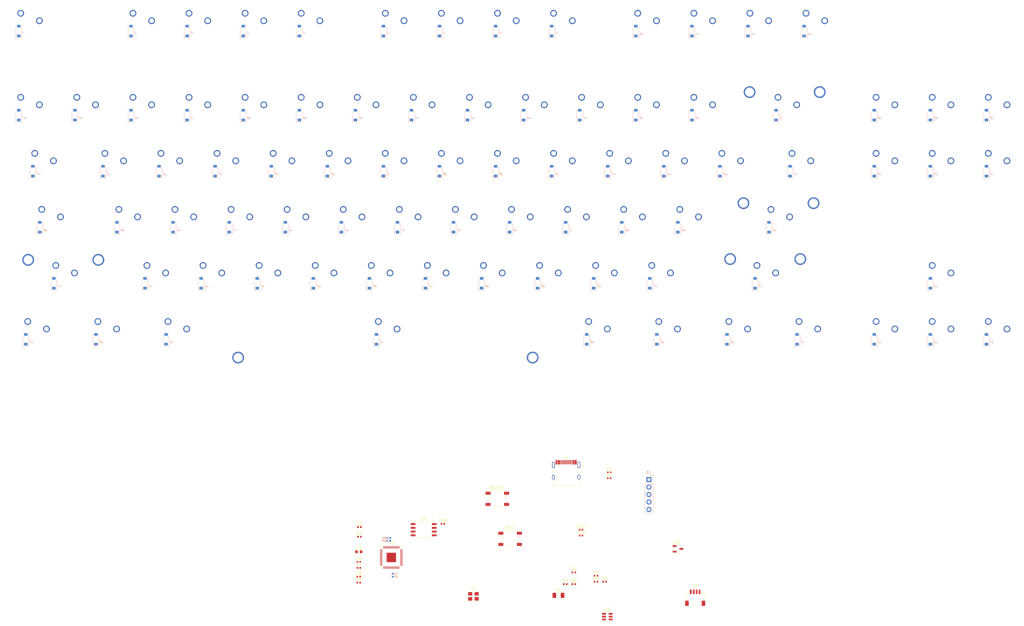
<source format=kicad_pcb>
(kicad_pcb (version 20241229) (generator "pcbnew") (generator_version "9.0")
  (layers (0 "F.Cu" signal) (2 "B.Cu" signal) (13 "F.Paste" user) (15 "B.Paste" user) (5 "F.SilkS" user "F.Silkscreen") (7 "B.SilkS" user "B.Silkscreen") (1 "F.Mask" user) (3 "B.Mask" user) (25 "Edge.Cuts" user))
  (net 0 "")
  (net 1 "GND")
  (net 2 "Net-(BOOT1-Pad2)")
  (net 3 "+5V")
  (net 4 "+3V3")
  (net 5 "+1V1")
  (net 6 "Net-(C5-Pad2)")
  (net 7 "XIN")
  (net 8 "Net-(C12-Pad1)")
  (net 10 "Net-(D1-A)")
  (net 12 "Net-(D2-A)")
  (net 13 "Net-(D3-A)")
  (net 15 "Net-(D4-A)")
  (net 18 "Net-(D5-A)")
  (net 19 "Net-(D6-A)")
  (net 21 "Net-(D7-A)")
  (net 23 "Net-(D8-A)")
  (net 25 "Net-(D9-A)")
  (net 27 "Net-(D10-A)")
  (net 29 "Net-(D11-A)")
  (net 32 "Net-(D12-A)")
  (net 34 "Net-(D13-A)")
  (net 36 "Net-(D14-A)")
  (net 38 "Net-(D15-A)")
  (net 40 "Net-(D16-A)")
  (net 42 "Net-(D17-A)")
  (net 44 "Net-(D18-A)")
  (net 45 "Net-(D19-A)")
  (net 47 "Net-(D20-A)")
  (net 50 "Net-(D21-A)")
  (net 52 "Net-(D22-A)")
  (net 53 "Net-(D23-A)")
  (net 56 "Net-(D24-A)")
  (net 58 "Net-(D25-A)")
  (net 59 "Net-(D26-A)")
  (net 61 "Net-(D27-A)")
  (net 64 "Net-(D28-A)")
  (net 66 "Net-(D29-A)")
  (net 67 "Net-(D30-A)")
  (net 70 "Net-(D31-A)")
  (net 72 "Net-(D32-A)")
  (net 73 "Net-(D33-A)")
  (net 75 "Net-(D34-A)")
  (net 78 "Net-(D35-A)")
  (net 80 "Net-(D36-A)")
  (net 81 "Net-(D37-A)")
  (net 84 "Net-(D38-A)")
  (net 86 "Net-(D39-A)")
  (net 87 "Net-(D40-A)")
  (net 90 "Net-(D41-A)")
  (net 91 "Net-(D42-A)")
  (net 94 "Net-(D43-A)")
  (net 95 "Net-(D44-A)")
  (net 97 "Net-(D45-A)")
  (net 100 "Net-(D46-A)")
  (net 101 "Net-(D47-A)")
  (net 104 "Net-(D48-A)")
  (net 105 "Net-(D49-A)")
  (net 107 "Net-(D50-A)")
  (net 109 "Net-(D51-A)")
  (net 112 "Net-(D52-A)")
  (net 113 "Net-(D53-A)")
  (net 116 "Net-(D54-A)")
  (net 118 "Net-(D55-A)")
  (net 119 "Net-(D56-A)")
  (net 122 "Net-(D57-A)")
  (net 124 "Net-(D58-A)")
  (net 125 "Net-(D59-A)")
  (net 128 "Net-(D60-A)")
  (net 130 "Net-(D61-A)")
  (net 132 "Net-(D62-A)")
  (net 134 "Net-(D63-A)")
  (net 136 "Net-(D64-A)")
  (net 138 "Net-(D65-A)")
  (net 139 "Net-(D66-A)")
  (net 141 "Net-(D67-A)")
  (net 143 "Net-(D68-A)")
  (net 145 "Net-(D69-A)")
  (net 148 "Net-(D70-A)")
  (net 149 "Net-(D71-A)")
  (net 151 "Net-(D72-A)")
  (net 153 "Net-(D73-A)")
  (net 156 "Net-(D74-A)")
  (net 158 "Net-(D75-A)")
  (net 160 "Net-(D76-A)")
  (net 162 "Net-(D77-A)")
  (net 163 "Net-(D78-A)")
  (net 165 "Net-(D79-A)")
  (net 168 "Net-(D80-A)")
  (net 169 "Net-(D81-A)")
  (net 172 "Net-(D82-A)")
  (net 173 "Net-(D83-A)")
  (net 176 "Net-(D84-A)")
  (net 177 "VBUS")
  (net 179 "Net-(J1-CC1)")
  (net 180 "D-")
  (net 181 "D+")
  (net 182 "Net-(J1-CC2)")
  (net 184 "RESET")
  (net 185 "SWD")
  (net 186 "SWC")
  (net 271 "Net-(R3-Pad1)")
  (net 272 "QSEL")
  (net 273 "Net-(U3-USB_DP)")
  (net 274 "Net-(U3-USB_DM)")
  (net 275 "XOUT")
  (net 282 "Q103")
  (net 285 "QCLK")
  (net 289 "Q102")
  (net 297 "Q101")
  (net 300 "Q100")
  (footprint "Package_TO_SOT_SMD:SOT-23-6" (layer "F.Cu") (at 221.3625 224.55)
    (property "Reference" "U2")
    (property "Value" "SRV05-4")
  )
  (footprint "Capacitor_SMD:C_0603_1608Metric" (layer "F.Cu") (at 136.96 202.5)
    (property "Reference" "C5")
    (property "Value" "10u")
  )
  (footprint "Resistor_SMD:R_0402_1005Metric" (layer "F.Cu") (at 217.538094 212.68)
    (property "Reference" "R2")
    (property "Value" "5.1k")
  )
  (footprint "Capacitor_SMD:C_0402_1005Metric" (layer "F.Cu") (at 136.96 211)
    (property "Reference" "C8")
    (property "Value" "100n")
  )
  (footprint "Capacitor_SMD:C_0402_1005Metric" (layer "F.Cu") (at 222 175.53)
    (property "Reference" "C1")
    (property "Value" "1u")
  )
  (footprint "Capacitor_SMD:C_0402_1005Metric" (layer "F.Cu") (at 212.44 196.96)
    (property "Reference" "C12")
    (property "Value" "22P")
  )
  (footprint "Package_TO_SOT_SMD:SOT-23-3" (layer "F.Cu") (at 245.3625 201.5)
    (property "Reference" "U1")
    (property "Value" "XC6206PxxxMR")
  )
  (footprint "Capacitor_SMD:C_0402_1005Metric" (layer "F.Cu") (at 136.98 206)
    (property "Reference" "C6")
    (property "Value" "1u")
  )
  (footprint "Capacitor_SMD:C_0402_1005Metric" (layer "F.Cu") (at 136.98 207.97)
    (property "Reference" "C7")
    (property "Value" "100n")
  )
  (footprint "Connector_JST:JST_SH_SM04B-SRSS-TB_1x04-1MP_P1.00mm_Horizontal" (layer "F.Cu") (at 251.2 218.125)
    (property "Reference" "J2")
    (property "Value" "Conn_01x04")
  )
  (footprint "Capacitor_SMD:C_0402_1005Metric" (layer "F.Cu") (at 137.15 194.11)
    (property "Reference" "C3")
    (property "Value" "1u")
  )
  (footprint "PCM_marbastlib-mx:STAB_MX_P_6.25u" (layer "F.Cu") (at 146 129.5 180)
    (property "Reference" "S1" (hide yes))
    (property "Value" "MX_stab")
  )
  (footprint "Resistor_SMD:R_0402_1005Metric" (layer "F.Cu") (at 209.99 209.52)
    (property "Reference" "R4")
    (property "Value" "5.1K")
  )
  (footprint "PCM_marbastlib-mx:STAB_MX_P_2u" (layer "F.Cu") (at 275 110)
    (property "Reference" "S5" (hide yes))
    (property "Value" "MX_stab")
  )
  (footprint "Capacitor_SMD:C_0402_1005Metric" (layer "F.Cu") (at 222 177.5)
    (property "Reference" "C2")
    (property "Value" "1u")
  )
  (footprint "Resistor_SMD:R_0402_1005Metric" (layer "F.Cu") (at 217.538094 210.69)
    (property "Reference" "R1")
    (property "Value" "5.1k")
  )
  (footprint "Capacitor_SMD:C_0402_1005Metric" (layer "F.Cu") (at 212.44 194.99)
    (property "Reference" "C11")
    (property "Value" "22P")
  )
  (footprint "Package_SO:SOIC-8_5.3x5.3mm_P1.27mm" (layer "F.Cu") (at 159 195)
    (property "Reference" "U4")
    (property "Value" "W25Q128JVS")
  )
  (footprint "Button_Switch_SMD:SW_SPST_TL3342" (layer "F.Cu") (at 188.35 198.1)
    (property "Reference" "RST1")
    (property "Value" "SW_Push")
  )
  (footprint "PCM_marbastlib-mx:STAB_MX_P_2u" (layer "F.Cu") (at 36.59375 110.255)
    (property "Reference" "S2" (hide yes))
    (property "Value" "MX_stab")
  )
  (footprint "Package_DFN_QFN:QFN-56-1EP_7x7mm_P0.4mm_EP3.2x3.2mm" (layer "F.Cu") (at 148 204.4375)
    (property "Reference" "U3")
    (property "Value" "RP2040")
  )
  (footprint "Capacitor_SMD:C_0402_1005Metric" (layer "F.Cu") (at 136.96 212.97)
    (property "Reference" "C9")
    (property "Value" "100n")
  )
  (footprint "Button_Switch_SMD:SW_SPST_TL3342" (layer "F.Cu") (at 184 184.5)
    (property "Reference" "BOOT1")
    (property "Value" "SW_Push")
  )
  (footprint "Crystal:Crystal_SMD_3225-4Pin_3.2x2.5mm" (layer "F.Cu") (at 175.9 217.65)
    (property "Reference" "Y1")
    (property "Value" "Crystal_GND24")
  )
  (footprint "Resistor_SMD:R_0402_1005Metric" (layer "F.Cu") (at 209.99 213.5)
    (property "Reference" "R6")
    (property "Value" "1K")
  )
  (footprint "PCM_marbastlib-mx:STAB_MX_P_2u" (layer "F.Cu") (at 279.5 91)
    (property "Reference" "S4" (hide yes))
    (property "Value" "MX_stab")
  )
  (footprint "PCM_marbastlib-mx:STAB_MX_P_2u" (layer "F.Cu") (at 281.59375 53.255)
    (property "Reference" "S3" (hide yes))
    (property "Value" "MX_stab")
  )
  (footprint "Resistor_SMD:R_0402_1005Metric" (layer "F.Cu") (at 207.08 213.5)
    (property "Reference" "R3")
    (property "Value" "5.1K")
  )
  (footprint "Capacitor_SMD:C_0402_1005Metric" (layer "F.Cu") (at 165.52 193)
    (property "Reference" "C10")
    (property "Value" "1u")
  )
  (footprint "Resistor_SMD:R_0402_1005Metric" (layer "F.Cu") (at 220.448094 212.68)
    (property "Reference" "R5")
    (property "Value" "5.1k")
  )
  (footprint "Connector_USB:USB_C_Receptacle_HRO_TYPE-C-31-M-12" (layer "F.Cu") (at 207.39 176.1)
    (property "Reference" "J1")
    (property "Value" "USB_C_Receptacle_USB2.0_16P")
  )
  (footprint "Fuse:Fuse_1206_3216Metric" (layer "F.Cu") (at 204.77 217.32)
    (property "Reference" "F1")
    (property "Value" "Fuse_Small")
  )
  (footprint "Capacitor_SMD:C_0402_1005Metric" (layer "F.Cu") (at 137.167081 197.37049)
    (property "Reference" "C4")
    (property "Value" "100n")
  )
  (footprint "Diode_SMD:D_SOD-123" (layer "B.Cu") (at 21.5 54.075 90)
    (property "Reference" "D14")
    (property "Value" "D_Small")
  )
  (footprint "Diode_SMD:D_SOD-123" (layer "B.Cu") (at 271.53125 111.225 90)
    (property "Reference" "D72")
    (property "Value" "D_Small")
  )
  (footprint "PCM_marbastlib-mx:SW_MX_1u" (layer "B.Cu") (at 315.2025 129.315 180)
    (property "Reference" "MX82" (hide yes))
    (property "Value" "MX_SW_solder")
  )
  (footprint "PCM_marbastlib-mx:SW_MX_1u" (layer "B.Cu") (at 96.1275 91.215 180)
    (property "Reference" "MX51" (hide yes))
    (property "Value" "MX_SW_solder")
  )
  (footprint "PCM_marbastlib-mx:SW_MX_1u" (layer "B.Cu") (at 100.89 24.54 180)
    (property "Reference" "MX4" (hide yes))
    (property "Value" "MX_SW_solder")
  )
  (footprint "Diode_SMD:D_SOD-123" (layer "B.Cu") (at 250.1 54.075 90)
    (property "Reference" "D26")
    (property "Value" "D_Small")
  )
  (footprint "PCM_marbastlib-mx:SW_MX_1u" (layer "B.Cu") (at 148.515 72.165 180)
    (property "Reference" "MX37" (hide yes))
    (property "Value" "MX_SW_solder")
  )
  (footprint "Diode_SMD:D_SOD-123" (layer "B.Cu") (at 33.40625 111.225 90)
    (property "Reference" "D61")
    (property "Value" "D_Small")
  )
  (footprint "PCM_marbastlib-mx:SW_MX_1u" (layer "B.Cu") (at 177.09 53.115 180)
    (property "Reference" "MX22" (hide yes))
    (property "Value" "MX_SW_solder")
  )
  (footprint "PCM_marbastlib-mx:SW_MX_1u" (layer "B.Cu") (at 143.7525 110.265 180)
    (property "Reference" "MX66" (hide yes))
    (property "Value" "MX_SW_solder")
  )
  (footprint "PCM_marbastlib-mx:SW_MX_1u" (layer "B.Cu") (at 119.94 53.115 180)
    (property "Reference" "MX19" (hide yes))
    (property "Value" "MX_SW_solder")
  )
  (footprint "Resistor_SMD:R_0402_1005Metric" (layer "B.Cu") (at 147.612088 198.282338 -90)
    (property "Reference" "R7")
    (property "Value" "27")
  )
  (footprint "Diode_SMD:D_SOD-123" (layer "B.Cu") (at 116.75 25.5 90)
    (property "Reference" "D5")
    (property "Value" "D_Small")
  )
  (footprint "Diode_SMD:D_SOD-123" (layer "B.Cu") (at 312.0125 73.125 90)
    (property "Reference" "D45")
    (property "Value" "D_Small")
  )
  (footprint "PCM_marbastlib-mx:SW_MX_1u" (layer "B.Cu") (at 129.465 72.165 180)
    (property "Reference" "MX36" (hide yes))
    (property "Value" "MX_SW_solder")
  )
  (footprint "Connector_PinHeader_2.54mm:PinHeader_1x05_P2.54mm_Vertical" (layer "B.Cu") (at 235.5 177.96 180)
    (property "Reference" "J3")
    (property "Value" "Conn_01x05")
  )
  (footprint "Diode_SMD:D_SOD-123" (layer "B.Cu") (at 69.125 73.125 90)
    (property "Reference" "D33")
    (property "Value" "D_Small")
  )
  (footprint "Diode_SMD:D_SOD-123" (layer "B.Cu") (at 350.1125 73.125 90)
    (property "Reference" "D47")
    (property "Value" "D_Small")
  )
  (footprint "Diode_SMD:D_SOD-123" (layer "B.Cu") (at 59.6 25.5 90)
    (property "Reference" "D2")
    (property "Value" "D_Small")
  )
  (footprint "Diode_SMD:D_SOD-123" (layer "B.Cu") (at 183.425 25.5 90)
    (property "Reference" "D8")
    (property "Value" "D_Small")
  )
  (footprint "PCM_marbastlib-mx:SW_MX_1u" (layer "B.Cu") (at 205.665 72.165 180)
    (property "Reference" "MX40" (hide yes))
    (property "Value" "MX_SW_solder")
  )
  (footprint "PCM_marbastlib-mx:SW_MX_1u" (layer "B.Cu") (at 274.72125 110.265 180)
    (property "Reference" "MX72" (hide yes))
    (property "Value" "MX_SW_solder")
  )
  (footprint "PCM_marbastlib-mx:SW_MX_1u" (layer "B.Cu") (at 253.29 24.54 180)
    (property "Reference" "MX11" (hide yes))
    (property "Value" "MX_SW_solder")
  )
  (footprint "Diode_SMD:D_SOD-123" (layer "B.Cu") (at 350.1125 130.275 90)
    (property "Reference" "D84")
    (property "Value" "D_Small")
  )
  (footprint "Diode_SMD:D_SOD-123" (layer "B.Cu") (at 202.475 73.125 90)
    (property "Reference" "D40")
    (property "Value" "D_Small")
  )
  (footprint "PCM_marbastlib-mx:SW_MX_1u" (layer "B.Cu") (at 24.69 24.54 180)
    (property "Reference" "MX1" (hide yes))
    (property "Value" "MX_SW_solder")
  )
  (footprint "PCM_marbastlib-mx:SW_MX_1u" (layer "B.Cu") (at 239.0025 110.265 180)
    (property "Reference" "MX71" (hide yes))
    (property "Value" "MX_SW_solder")
  )
  (footprint "PCM_marbastlib-mx:SW_MX_1u" (layer "B.Cu") (at 146.13375 129.315 180)
    (property "Reference" "MX77" (hide yes))
    (property "Value" "MX_SW_solder")
  )
  (footprint "Diode_SMD:D_SOD-123" (layer "B.Cu") (at 276.29375 92.175 90)
    (property "Reference" "D60")
    (property "Value" "D_Small")
  )
  (footprint "Diode_SMD:D_SOD-123" (layer "B.Cu") (at 92.9375 92.175 90)
    (property "Reference" "D51")
    (property "Value" "D_Small")
  )
  (footprint "PCM_marbastlib-mx:SW_MX_1u" (layer "B.Cu") (at 334.2525 72.165 180)
    (property "Reference" "MX46" (hide yes))
    (property "Value" "MX_SW_solder")
  )
  (footprint "PCM_marbastlib-mx:SW_MX_1.25u" (layer "B.Cu") (at 289.00875 129.315 180)
    (property "Reference" "MX81" (hide yes))
    (property "Value" "MX_SW_solder")
  )
  (footprint "Diode_SMD:D_SOD-123" (layer "B.Cu") (at 183.425 73.125 90)
    (property "Reference" "D39")
    (property "Value" "D_Small")
  )
  (footprint "PCM_marbastlib-mx:SW_MX_1u" (layer "B.Cu") (at 24.69 53.115 180)
    (property "Reference" "MX14" (hide yes))
    (property "Value" "MX_SW_solder")
  )
  (footprint "PCM_marbastlib-mx:SW_MX_1.25u" (layer "B.Cu") (at 50.88375 129.315 180)
    (property "Reference" "MX75" (hide yes))
    (property "Value" "MX_SW_solder")
  )
  (footprint "PCM_marbastlib-mx:SW_MX_1u" (layer "B.Cu") (at 67.5525 110.265 180)
    (property "Reference" "MX62" (hide yes))
    (property "Value" "MX_SW_solder")
  )
  (footprint "Diode_SMD:D_SOD-123" (layer "B.Cu") (at 126.275 73.125 90)
    (property "Reference" "D36")
    (property "Value" "D_Small")
  )
  (footprint "Diode_SMD:D_SOD-123" (layer "B.Cu") (at 283.4375 73.125 90)
    (property "Reference" "D44")
    (property "Value" "D_Small")
  )
  (footprint "Diode_SMD:D_SOD-123" (layer "B.Cu") (at 102.4625 111.225 90)
    (property "Reference" "D64")
    (property "Value" "D_Small")
  )
  (footprint "Diode_SMD:D_SOD-123" (layer "B.Cu") (at 21.5 25.5 90)
    (property "Reference" "D1")
    (property "Value" "D_Small")
  )
  (footprint "PCM_marbastlib-mx:SW_MX_1.25u" (layer "B.Cu") (at 265.19625 129.315 180)
    (property "Reference" "MX80" (hide yes))
    (property "Value" "MX_SW_solder")
  )
  (footprint "PCM_marbastlib-mx:SW_MX_1u" (layer "B.Cu") (at 134.2275 91.215 180)
    (property "Reference" "MX53" (hide yes))
    (property "Value" "MX_SW_solder")
  )
  (footprint "PCM_marbastlib-mx:SW_MX_1u" (layer "B.Cu") (at 353.3025 53.115 180)
    (property "Reference" "MX30" (hide yes))
    (property "Value" "MX_SW_solder")
  )
  (footprint "Diode_SMD:D_SOD-123" (layer "B.Cu") (at 231.05 54.075 90)
    (property "Reference" "D25")
    (property "Value" "D_Small")
  )
  (footprint "Diode_SMD:D_SOD-123" (layer "B.Cu") (at 221.525 73.125 90)
    (property "Reference" "D41")
    (property "Value" "D_Small")
  )
  (footprint "Diode_SMD:D_SOD-123" (layer "B.Cu") (at 212 54.075 90)
    (property "Reference" "D24")
    (property "Value" "D_Small")
  )
  (footprint "Diode_SMD:D_SOD-123" (layer "B.Cu") (at 28.64375 92.175 90)
    (property "Reference" "D48")
    (property "Value" "D_Small")
  )
  (footprint "PCM_marbastlib-mx:SW_MX_1u" (layer "B.Cu") (at 172.3275 91.215 180)
    (property "Reference" "MX55" (hide yes))
    (property "Value" "MX_SW_solder")
  )
  (footprint "Diode_SMD:D_SOD-123" (layer "B.Cu") (at 145.325 73.125 90)
    (property "Reference" "D37")
    (property "Value" "D_Small")
  )
  (footprint "PCM_marbastlib-mx:SW_MX_1u" (layer "B.Cu") (at 53.265 72.165 180)
    (property "Reference" "MX32" (hide yes))
    (property "Value" "MX_SW_solder")
  )
  (footprint "Diode_SMD:D_SOD-123" (layer "B.Cu") (at 226.2875 92.175 90)
    (property "Reference" "D58")
    (property "Value" "D_Small")
  )
  (footprint "Diode_SMD:D_SOD-123" (layer "B.Cu") (at 140.5625 111.225 90)
    (property "Reference" "D66")
    (property "Value" "D_Small")
  )
  (footprint "Diode_SMD:D_SOD-123" (layer "B.Cu") (at 178.6625 111.225 90)
    (property "Reference" "D68")
    (property "Value" "D_Small")
  )
  (footprint "Diode_SMD:D_SOD-123" (layer "B.Cu") (at 288.2 25.5 90)
    (property "Reference" "D13")
    (property "Value" "D_Small")
  )
  (footprint "Diode_SMD:D_SOD-123" (layer "B.Cu") (at 173.9 54.075 90)
    (property "Reference" "D22")
    (property "Value" "D_Small")
  )
  (footprint "Diode_SMD:D_SOD-123" (layer "B.Cu") (at 50.075 73.125 90)
    (property "Reference" "D32")
    (property "Value" "D_Small")
  )
  (footprint "Diode_SMD:D_SOD-123" (layer "B.Cu") (at 159.6125 111.225 90)
    (property "Reference" "D67")
    (property "Value" "D_Small")
  )
  (footprint "PCM_marbastlib-mx:SW_MX_1.75u" (layer "B.Cu") (at 31.83375 91.215 180)
    (property "Reference" "MX48" (hide yes))
    (property "Value" "MX_SW_solder")
  )
  (footprint "PCM_marbastlib-mx:SW_MX_1.25u" (layer "B.Cu") (at 74.69625 129.315 180)
    (property "Reference" "MX76" (hide yes))
    (property "Value" "MX_SW_solder")
  )
  (footprint "PCM_marbastlib-mx:SW_MX_1.25u" (layer "B.Cu") (at 241.38375 129.315 180)
    (property "Reference" "MX79" (hide yes))
    (property "Value" "MX_SW_solder")
  )
  (footprint "Diode_SMD:D_SOD-123" (layer "B.Cu") (at 150.0875 92.175 90)
    (property "Reference" "D54")
    (property "Value" "D_Small")
  )
  (footprint "PCM_marbastlib-mx:SW_MX_1u" (layer "B.Cu") (at 86.6025 110.265 180)
    (property "Reference" "MX63" (hide yes))
    (property "Value" "MX_SW_solder")
  )
  (footprint "Diode_SMD:D_SOD-123" (layer "B.Cu") (at 88.175 73.125 90)
    (property "Reference" "D34")
    (property "Value" "D_Small")
  )
  (footprint "PCM_marbastlib-mx:SW_MX_1u" (layer "B.Cu") (at 243.765 72.165 180)
    (property "Reference" "MX42" (hide yes))
    (property "Value" "MX_SW_solder")
  )
  (footprint "Diode_SMD:D_SOD-123" (layer "B.Cu") (at 216.7625 111.225 90)
    (property "Reference" "D70")
    (property "Value" "D_Small")
  )
  (footprint "Diode_SMD:D_SOD-123" (layer "B.Cu") (at 350.1125 54.075 90)
    (property "Reference" "D30")
    (property "Value" "D_Small")
  )
  (footprint "Diode_SMD:D_SOD-123" (layer "B.Cu") (at 197.7125 111.225 90)
    (property "Reference" "D69")
    (property "Value" "D_Small")
  )
  (footprint "Diode_SMD:D_SOD-123" (layer "B.Cu") (at 207.2375 92.175 90)
    (property "Reference" "D57")
    (property "Value" "D_Small")
  )
  (footprint "PCM_marbastlib-mx:SW_MX_1u" (layer "B.Cu") (at 191.3775 91.215 180)
    (property "Reference" "MX56" (hide yes))
    (property "Value" "MX_SW_solder")
  )
  (footprint "Diode_SMD:D_SOD-123" (layer "B.Cu") (at 116.75 54.075 90)
    (property "Reference" "D19")
    (property "Value" "D_Small")
  )
  (footprint "Diode_SMD:D_SOD-123" (layer "B.Cu") (at 121.5125 111.225 90)
    (property "Reference" "D65")
    (property "Value" "D_Small")
  )
  (footprint "Diode_SMD:D_SOD-123" (layer "B.Cu") (at 235.8125 111.225 90)
    (property "Reference" "D71")
    (property "Value" "D_Small")
  )
  (footprint "Diode_SMD:D_SOD-123" (layer "B.Cu") (at 54.8375 92.175 90)
    (property "Reference" "D49")
    (property "Value" "D_Small")
  )
  (footprint "Diode_SMD:D_SOD-123" (layer "B.Cu") (at 131.0375 92.175 90)
    (property "Reference" "D53")
    (property "Value" "D_Small")
  )
  (footprint "Diode_SMD:D_SOD-123" (layer "B.Cu") (at 169.1375 92.175 90)
    (property "Reference" "D55")
    (property "Value" "D_Small")
  )
  (footprint "PCM_marbastlib-mx:SW_MX_1u" (layer "B.Cu") (at 153.2775 91.215 180)
    (property "Reference" "MX54" (hide yes))
    (property "Value" "MX_SW_solder")
  )
  (footprint "Diode_SMD:D_SOD-123" (layer "B.Cu") (at 164.375 25.5 90)
    (property "Reference" "D7")
    (property "Value" "D_Small")
  )
  (footprint "PCM_marbastlib-mx:SW_MX_1u" (layer "B.Cu") (at 210.4275 91.215 180)
    (property "Reference" "MX57" (hide yes))
    (property "Value" "MX_SW_solder")
  )
  (footprint "PCM_marbastlib-mx:SW_MX_1u" (layer "B.Cu") (at 124.7025 110.265 180)
    (property "Reference" "MX65" (hide yes))
    (property "Value" "MX_SW_solder")
  )
  (footprint "PCM_marbastlib-mx:SW_MX_1u" (layer "B.Cu") (at 43.74 53.115 180)
    (property "Reference" "MX15" (hide yes))
    (property "Value" "MX_SW_solder")
  )
  (footprint "Diode_SMD:D_SOD-123" (layer "B.Cu") (at 59.6 54.075 90)
    (property "Reference" "D16")
    (property "Value" "D_Small")
  )
  (footprint "PCM_marbastlib-mx:SW_MX_1u" (layer "B.Cu") (at 281.865 53.115 180)
    (property "Reference" "MX27" (hide yes))
    (property "Value" "MX_SW_solder")
  )
  (footprint "PCM_marbastlib-mx:SW_MX_1.25u" (layer "B.Cu") (at 217.57125 129.315 180)
    (property "Reference" "MX78" (hide yes))
    (property "Value" "MX_SW_solder")
  )
  (footprint "Diode_SMD:D_SOD-123" (layer "B.Cu") (at 47.69375 130.275 90)
    (property "Reference" "D75")
    (property "Value" "D_Small")
  )
  (footprint "Diode_SMD:D_SOD-123" (layer "B.Cu") (at 259.625 73.125 90)
    (property "Reference" "D43")
    (property "Value" "D_Small")
  )
  (footprint "PCM_marbastlib-mx:SW_MX_1u" (layer "B.Cu") (at 334.2525 53.115 180)
    (property "Reference" "MX29" (hide yes))
    (property "Value" "MX_SW_solder")
  )
  (footprint "Diode_SMD:D_SOD-123" (layer "B.Cu") (at 331.0625 73.125 90)
    (property "Reference" "D46")
    (property "Value" "D_Small")
  )
  (footprint "Diode_SMD:D_SOD-123" (layer "B.Cu") (at 142.94375 130.275 90)
    (property "Reference" "D77")
    (property "Value" "D_Small")
  )
  (footprint "PCM_marbastlib-mx:SW_MX_1u" (layer "B.Cu") (at 72.315 72.165 180)
    (property "Reference" "MX33" (hide yes))
    (property "Value" "MX_SW_solder")
  )
  (footprint "Diode_SMD:D_SOD-123" (layer "B.Cu") (at 78.65 54.075 90)
    (property "Reference" "D17")
    (property "Value" "D_Small")
  )
  (footprint "PCM_marbastlib-mx:SW_MX_1.5u" (layer "B.Cu") (at 29.4525 72.165 180)
    (property "Reference" "MX31" (hide yes))
    (property "Value" "MX_SW_solder")
  )
  (footprint "Diode_SMD:D_SOD-123" (layer "B.Cu") (at 73.8875 92.175 90)
    (property "Reference" "D50")
    (property "Value" "D_Small")
  )
  (footprint "PCM_marbastlib-mx:SW_MX_1u" (layer "B.Cu") (at 334.2525 129.315 180)
    (property "Reference" "MX83" (hide yes))
    (property "Value" "MX_SW_solder")
  )
  (footprint "Diode_SMD:D_SOD-123" (layer "B.Cu") (at 331.0625 130.275 90)
    (property "Reference" "D83")
    (property "Value" "D_Small")
  )
  (footprint "Diode_SMD:D_SOD-123" (layer "B.Cu") (at 23.88125 130.275 90)
    (property "Reference" "D74")
    (property "Value" "D_Small")
  )
  (footprint "Resistor_SMD:R_0402_1005Metric" (layer "B.Cu") (at 148.5 210.4375 90)
    (property "Reference" "R9")
    (property "Value" "1K")
  )
  (footprint "PCM_marbastlib-mx:SW_MX_1u" (layer "B.Cu") (at 234.24 53.115 180)
    (property "Reference" "MX25" (hide yes))
    (property "Value" "MX_SW_solder")
  )
  (footprint "PCM_marbastlib-mx:SW_MX_1u" (layer "B.Cu") (at 205.665 24.54 180)
    (property "Reference" "MX9" (hide yes))
    (property "Value" "MX_SW_solder")
  )
  (footprint "PCM_marbastlib-mx:SW_MX_1u" (layer "B.Cu") (at 186.615 24.54 180)
    (property "Reference" "MX8" (hide yes))
    (property "Value" "MX_SW_solder")
  )
  (footprint "PCM_marbastlib-mx:SW_MX_1u" (layer "B.Cu") (at 234.24 24.54 180)
    (property "Reference" "MX10" (hide yes))
    (property "Value" "MX_SW_solder")
  )
  (footprint "Diode_SMD:D_SOD-123" (layer "B.Cu") (at 192.95 54.075 90)
    (property "Reference" "D23")
    (property "Value" "D_Small")
  )
  (footprint "PCM_marbastlib-mx:SW_MX_1u" (layer "B.Cu") (at 334.2525 110.265 180)
    (property "Reference" "MX73" (hide yes))
    (property "Value" "MX_SW_solder")
  )
  (footprint "PCM_marbastlib-mx:SW_MX_1u" (layer "B.Cu") (at 253.29 53.115 180)
    (property "Reference" "MX26" (hide yes))
    (property "Value" "MX_SW_solder")
  )
  (footprint "PCM_marbastlib-mx:SW_MX_1u" (layer "B.Cu") (at 353.3025 72.165 180)
    (property "Reference" "MX47" (hide yes))
    (property "Value" "MX_SW_solder")
  )
  (footprint "Diode_SMD:D_SOD-123" (layer "B.Cu") (at 154.85 54.075 90)
    (property "Reference" "D21")
    (property "Value" "D_Small")
  )
  (footprint "Diode_SMD:D_SOD-123" (layer "B.Cu") (at 40.55 54.075 90)
    (property "Reference" "D15")
    (property "Value" "D_Small")
  )
  (footprint "Diode_SMD:D_SOD-123" (layer "B.Cu") (at 285.81875 130.275 90)
    (property "Reference" "D81")
    (property "Value" "D_Small")
  )
  (footprint "PCM_marbastlib-mx:SW_MX_1u" (layer "B.Cu") (at 110.415 72.165 180)
    (property "Reference" "MX35" (hide yes))
    (property "Value" "MX_SW_solder")
  )
  (footprint "Diode_SMD:D_SOD-123" (layer "B.Cu") (at 331.0625 111.225 90)
    (property "Reference" "D73")
    (property "Value" "D_Small")
  )
  (footprint "PCM_marbastlib-mx:SW_MX_1u" (layer "B.Cu") (at 262.815 72.165 180)
    (property "Reference" "MX43" (hide yes))
    (property "Value" "MX_SW_solder")
  )
  (footprint "PCM_marbastlib-mx:SW_MX_1u" (layer "B.Cu") (at 315.2025 53.115 180)
    (property "Reference" "MX28" (hide yes))
    (property "Value" "MX_SW_solder")
  )
  (footprint "PCM_marbastlib-mx:SW_MX_1u" (layer "B.Cu") (at 353.3025 129.315 180)
    (property "Reference" "MX84" (hide yes))
    (property "Value" "MX_SW_solder")
  )
  (footprint "Diode_SMD:D_SOD-123" (layer "B.Cu") (at 64.3625 111.225 90)
    (property "Reference" "D62")
    (property "Value" "D_Small")
  )
  (footprint "Diode_SMD:D_SOD-123" (layer "B.Cu") (at 164.375 73.125 90)
    (property "Reference" "D38")
    (property "Value" "D_Small")
  )
  (footprint "Diode_SMD:D_SOD-123" (layer "B.Cu") (at 26.2625 73.125 90)
    (property "Reference" "D31")
    (property "Value" "D_Small")
  )
  (footprint "Diode_SMD:D_SOD-123" (layer "B.Cu") (at 111.9875 92.175 90)
    (property "Reference" "D52")
    (property "Value" "D_Small")
  )
  (footprint "PCM_marbastlib-mx:SW_MX_1u" (layer "B.Cu") (at 196.14 53.115 180)
    (property "Reference" "MX23" (hide yes))
    (property "Value" "MX_SW_solder")
  )
  (footprint "PCM_marbastlib-mx:SW_MX_1u" (layer "B.Cu") (at 115.1775 91.215 180)
    (property "Reference" "MX52" (hide yes))
    (property "Value" "MX_SW_solder")
  )
  (footprint "Diode_SMD:D_SOD-123" (layer "B.Cu") (at 262.00625 130.275 90)
    (property "Reference" "D80")
    (property "Value" "D_Small")
  )
  (footprint "Diode_SMD:D_SOD-123" (layer "B.Cu") (at 238.19375 130.275 90)
    (property "Reference" "D79")
    (property "Value" "D_Small")
  )
  (footprint "PCM_marbastlib-mx:SW_MX_1u" (layer "B.Cu") (at 158.04 53.115 180)
    (property "Reference" "MX21" (hide yes))
    (property "Value" "MX_SW_solder")
  )
  (footprint "Diode_SMD:D_SOD-123" (layer "B.Cu") (at 331.0625 54.075 90)
    (property "Reference" "D29")
    (property "Value" "D_Small")
  )
  (footprint "PCM_marbastlib-mx:SW_MX_1u" (layer "B.Cu") (at 229.4775 91.215 180)
    (property "Reference" "MX58" (hide yes))
    (property "Value" "MX_SW_solder")
  )
  (footprint "PCM_marbastlib-mx:SW_MX_1u" (layer "B.Cu") (at 279.48375 91.215 180)
    (property "Reference" "MX60" (hide yes))
    (property "Value" "MX_SW_solder")
  )
  (footprint "PCM_marbastlib-mx:SW_MX_1.25u" (layer "B.Cu") (at 27.07125 129.315 180)
    (property "Reference" "MX74" (hide yes))
    (property "Value" "MX_SW_solder")
  )
  (footprint "PCM_marbastlib-mx:SW_MX_1u" (layer "B.Cu") (at 224.715 72.165 180)
    (property "Reference" "MX41" (hide yes))
    (property "Value" "MX_SW_solder")
  )
  (footprint "PCM_marbastlib-mx:SW_MX_1u" (layer "B.Cu") (at 119.94 24.54 180)
    (property "Reference" "MX5" (hide yes))
    (property "Value" "MX_SW_solder")
  )
  (footprint "Diode_SMD:D_SOD-123" (layer "B.Cu") (at 107.225 73.125 90)
    (property "Reference" "D35")
    (property "Value" "D_Small")
  )
  (footprint "PCM_marbastlib-mx:SW_MX_1u" (layer "B.Cu") (at 272.34 24.54 180)
    (property "Reference" "MX12" (hide yes))
    (property "Value" "MX_SW_solder")
  )
  (footprint "Diode_SMD:D_SOD-123" (layer "B.Cu") (at 78.65 25.5 90)
    (property "Reference" "D3")
    (property "Value" "D_Small")
  )
  (footprint "PCM_marbastlib-mx:SW_MX_1u" (layer "B.Cu") (at 200.9025 110.265 180)
    (property "Reference" "MX69" (hide yes))
    (property "Value" "MX_SW_solder")
  )
  (footprint "PCM_marbastlib-mx:SW_MX_1u" (layer "B.Cu") (at 36.59625 110.265 180)
    (property "Reference" "MX61" (hide yes))
    (property "Value" "MX_SW_solder")
  )
  (footprint "Diode_SMD:D_SOD-123" (layer "B.Cu") (at 269.15 25.5 90)
    (property "Reference" "D12")
    (property "Value" "D_Small")
  )
  (footprint "Diode_SMD:D_SOD-123" (layer "B.Cu") (at 312.0125 130.275 90)
    (property "Reference" "D82")
    (property "Value" "D_Small")
  )
  (footprint "PCM_marbastlib-mx:SW_MX_1u" (layer "B.Cu") (at 77.0775 91.215 180)
    (property "Reference" "MX50" (hide yes))
    (property "Value" "MX_SW_solder")
  )
  (footprint "Diode_SMD:D_SOD-123" (layer "B.Cu") (at 240.575 73.125 90)
    (property "Reference" "D42")
    (property "Value" "D_Small")
  )
  (footprint "PCM_marbastlib-mx:SW_MX_1u" (layer "B.Cu") (at 100.89 53.115 180)
    (property "Reference" "MX18" (hide yes))
    (property "Value" "MX_SW_solder")
  )
  (footprint "PCM_marbastlib-mx:SW_MX_1u" (layer "B.Cu") (at 219.9525 110.265 180)
    (property "Reference" "MX70" (hide yes))
    (property "Value" "MX_SW_solder")
  )
  (footprint "Diode_SMD:D_SOD-123" (layer "B.Cu") (at 135.8 54.075 90)
    (property "Reference" "D20")
    (property "Value" "D_Small")
  )
  (footprint "PCM_marbastlib-mx:SW_MX_1u" (layer "B.Cu") (at 148.515 24.54 180)
    (property "Reference" "MX6" (hide yes))
    (property "Value" "MX_SW_solder")
  )
  (footprint "Diode_SMD:D_SOD-123" (layer "B.Cu") (at 202.475 25.5 90)
    (property "Reference" "D9")
    (property "Value" "D_Small")
  )
  (footprint "PCM_marbastlib-mx:SW_MX_1u" (layer "B.Cu") (at 162.8025 110.265 180)
    (property "Reference" "MX67" (hide yes))
    (property "Value" "MX_SW_solder")
  )
  (footprint "PCM_marbastlib-mx:SW_MX_1u" (layer "B.Cu") (at 315.2025 72.165 180)
    (property "Reference" "MX45" (hide yes))
    (property "Value" "MX_SW_solder")
  )
  (footprint "Diode_SMD:D_SOD-123" (layer "B.Cu") (at 145.325 25.5 90)
    (property "Reference" "D6")
    (property "Value" "D_Small")
  )
  (footprint "PCM_marbastlib-mx:SW_MX_1u" (layer "B.Cu") (at 181.8525 110.265 180)
    (property "Reference" "MX68" (hide yes))
    (property "Value" "MX_SW_solder")
  )
  (footprint "Diode_SMD:D_SOD-123" (layer "B.Cu") (at 71.50625 130.275 90)
    (property "Reference" "D76")
    (property "Value" "D_Small")
  )
  (footprint "Diode_SMD:D_SOD-123" (layer "B.Cu") (at 214.38125 130.275 90)
    (property "Reference" "D78")
    (property "Value" "D_Small")
  )
  (footprint "PCM_marbastlib-mx:SW_MX_1u" (layer "B.Cu") (at 248.5275 91.215 180)
    (property "Reference" "MX59" (hide yes))
    (property "Value" "MX_SW_solder")
  )
  (footprint "PCM_marbastlib-mx:SW_MX_1u" (layer "B.Cu") (at 105.6525 110.265 180)
    (property "Reference" "MX64" (hide yes))
    (property "Value" "MX_SW_solder")
  )
  (footprint "Diode_SMD:D_SOD-123" (layer "B.Cu") (at 97.7 54.075 90)
    (property "Reference" "D18")
    (property "Value" "D_Small")
  )
  (footprint "Diode_SMD:D_SOD-123" (layer "B.Cu") (at 188.1875 92.175 90)
    (property "Reference" "D56")
    (property "Value" "D_Small")
  )
  (footprint "PCM_marbastlib-mx:SW_MX_1u" (layer "B.Cu") (at 167.565 24.54 180)
    (property "Reference" "MX7" (hide yes))
    (property "Value" "MX_SW_solder")
  )
  (footprint "PCM_marbastlib-mx:SW_MX_1u" (layer "B.Cu") (at 291.39 24.54 180)
    (property "Reference" "MX13" (hide yes))
    (property "Value" "MX_SW_solder")
  )
  (footprint "PCM_marbastlib-mx:SW_MX_1u" (layer "B.Cu") (at 62.79 53.115 180)
    (property "Reference" "MX16" (hide yes))
    (property "Value" "MX_SW_solder")
  )
  (footprint "PCM_marbastlib-mx:SW_MX_1u" (layer "B.Cu") (at 58.0275 91.215 180)
    (property "Reference" "MX49" (hide yes))
    (property "Value" "MX_SW_solder")
  )
  (footprint "Diode_SMD:D_SOD-123" (layer "B.Cu") (at 250.1 25.5 90)
    (property "Reference" "D11")
    (property "Value" "D_Small")
  )
  (footprint "Diode_SMD:D_SOD-123" (layer "B.Cu") (at 312.0125 54.075 90)
    (property "Reference" "D28")
    (property "Value" "D_Small")
  )
  (footprint "PCM_marbastlib-mx:SW_MX_1u" (layer "B.Cu") (at 91.365 72.165 180)
    (property "Reference" "MX34" (hide yes))
    (property "Value" "MX_SW_solder")
  )
  (footprint "Resistor_SMD:R_0402_1005Metric" (layer "B.Cu") (at 146.612088 198.282338 -90)
    (property "Reference" "R8")
    (property "Value" "27")
  )
  (footprint "Diode_SMD:D_SOD-123" (layer "B.Cu") (at 83.4125 111.225 90)
    (property "Reference" "D63")
    (property "Value" "D_Small")
  )
  (footprint "PCM_marbastlib-mx:SW_MX_1u" (layer "B.Cu") (at 167.565 72.165 180)
    (property "Reference" "MX38" (hide yes))
    (property "Value" "MX_SW_solder")
  )
  (footprint "PCM_marbastlib-mx:SW_MX_1u" (layer "B.Cu") (at 138.99 53.115 180)
    (property "Reference" "MX20" (hide yes))
    (property "Value" "MX_SW_solder")
  )
  (footprint "PCM_marbastlib-mx:SW_MX_1u" (layer "B.Cu") (at 186.615 72.165 180)
    (property "Reference" "MX39" (hide yes))
    (property "Value" "MX_SW_solder")
  )
  (footprint "Diode_SMD:D_SOD-123" (layer "B.Cu") (at 231.05 25.5 90)
    (property "Reference" "D10")
    (property "Value" "D_Small")
  )
  (footprint "Diode_SMD:D_SOD-123" (layer "B.Cu") (at 97.7 25.5 90)
    (property "Reference" "D4")
    (property "Value" "D_Small")
  )
  (footprint "PCM_marbastlib-mx:SW_MX_1.5u" (layer "B.Cu") (at 286.6275 72.165 180)
    (property "Reference" "MX44" (hide yes))
    (property "Value" "MX_SW_solder")
  )
  (footprint "PCM_marbastlib-mx:SW_MX_1u" (layer "B.Cu") (at 62.79 24.54 180)
    (property "Reference" "MX2" (hide yes))
    (property "Value" "MX_SW_solder")
  )
  (footprint "Diode_SMD:D_SOD-123" (layer "B.Cu") (at 245.3375 92.175 90)
    (property "Reference" "D59")
    (property "Value" "D_Small")
  )
  (footprint "Diode_SMD:D_SOD-123" (layer "B.Cu") (at 278.675 54.075 90)
    (property "Reference" "D27")
    (property "Value" "D_Small")
  )
  (footprint "PCM_marbastlib-mx:SW_MX_1u" (layer "B.Cu") (at 81.84 53.115 180)
    (property "Reference" "MX17" (hide yes))
    (property "Value" "MX_SW_solder")
  )
  (footprint "PCM_marbastlib-mx:SW_MX_1u" (layer "B.Cu") (at 215.19 53.115 180)
    (property "Reference" "MX24" (hide yes))
    (property "Value" "MX_SW_solder")
  )
  (footprint "PCM_marbastlib-mx:SW_MX_1u" (layer "B.Cu") (at 81.84 24.54 180)
    (property "Reference" "MX3" (hide yes))
    (property "Value" "MX_SW_solder")
  )
)
</source>
